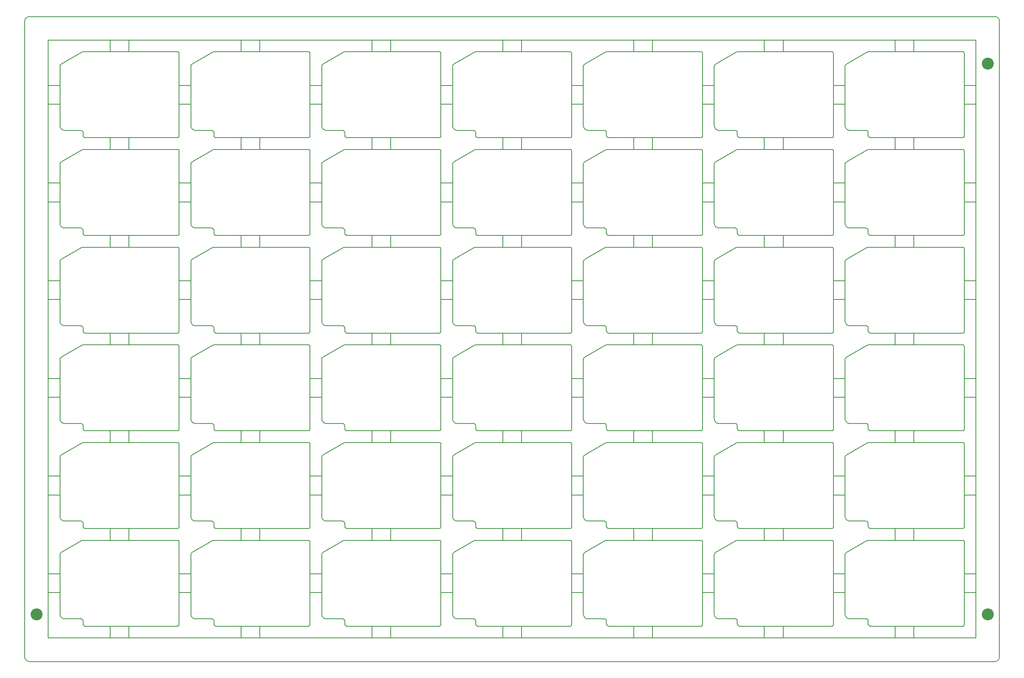
<source format=gko>
*
%FSLAX35Y35*%
%MOMM*%
%ADD10C,0.150000*%
%ADD11C,2.550000*%
%IPPOS*%
%LN2697ay02f009566a0.gko*%
%LPD*%
G75*
G54D10*
X-00000001Y00257378D02*
Y01515973D01*
X00029997Y01567916D02*
X00020075Y01560746D01*
X00011815Y01551711D01*
X00005561Y01541187D01*
X00001573Y01529613D01*
X00000018Y01517471D01*
X-00000001Y01515973D01*
X00029997Y01567916D02*
X00470001Y01821967D01*
X00499998Y01829993D02*
X00487819Y01828748D01*
X00476146Y01825056D01*
X00470001Y01821967D01*
X00499998Y01829993D02*
X02510586D01*
X02534996Y01792071D02*
X02534337Y01801801D01*
X02531233Y01811045D01*
X02525886Y01819201D01*
X02518646Y01825734D01*
X02510586Y01829993D01*
X02534996Y01792071D02*
Y00037515D01*
X02511374Y-00000001D02*
X02519850Y00004807D01*
X02526829Y00011608D01*
X02531853Y00019958D01*
X02534595Y00029309D01*
X02534996Y00037515D01*
X02511348Y-00000001D02*
X00541375D01*
X00491388Y00049987D02*
X00492636Y00038886D01*
X00496318Y00028339D01*
X00502251Y00018874D01*
X00510137Y00010962D01*
X00519584Y00005000D01*
X00530119Y00001284D01*
X00541215Y-00000000D01*
X00541375Y-00000001D01*
X00491388Y00049987D02*
Y00107365D01*
X00490140Y00118469D01*
X00486457Y00129019D01*
X00480525Y00138488D01*
X00472638Y00146403D01*
X00463191Y00152369D01*
X00452654Y00156090D01*
X00441555Y00157378D01*
X00441375Y00157378D01*
X00099999D01*
X-00000001Y00257378D02*
X00001250Y00241611D01*
X00004971Y00226238D01*
X00011070Y00211644D01*
X00019393Y00198195D01*
X00029733Y00186226D01*
X00041830Y00176037D01*
X00055383Y00167883D01*
X00070052Y00161968D01*
X00085470Y00158439D01*
X00099999Y00157378D01*
X-00000001Y02337378D02*
Y03595973D01*
X00029997Y03647916D02*
X00020075Y03640746D01*
X00011815Y03631711D01*
X00005561Y03621188D01*
X00001573Y03609613D01*
X00000018Y03597471D01*
X-00000001Y03595973D01*
X00029997Y03647916D02*
X00470001Y03901967D01*
X00499998Y03909993D02*
X00487819Y03908748D01*
X00476146Y03905056D01*
X00470001Y03901967D01*
X00499998Y03909993D02*
X02510586D01*
X02534996Y03872071D02*
X02534337Y03881801D01*
X02531233Y03891045D01*
X02525886Y03899201D01*
X02518646Y03905734D01*
X02510586Y03909993D01*
X02534996Y03872071D02*
Y02117515D01*
X02511374Y02080000D02*
X02519850Y02084807D01*
X02526829Y02091608D01*
X02531853Y02099958D01*
X02534595Y02109309D01*
X02534996Y02117515D01*
X02511348Y02080000D02*
X00541375D01*
X00491388Y02129987D02*
X00492636Y02118886D01*
X00496318Y02108339D01*
X00502251Y02098874D01*
X00510137Y02090962D01*
X00519584Y02085000D01*
X00530119Y02081283D01*
X00541215Y02080000D01*
X00541375Y02080000D01*
X00491388Y02129987D02*
Y02187365D01*
X00490140Y02198469D01*
X00486457Y02209019D01*
X00480525Y02218488D01*
X00472638Y02226403D01*
X00463191Y02232369D01*
X00452654Y02236090D01*
X00441555Y02237378D01*
X00441375Y02237378D01*
X00099999D01*
X-00000001Y02337378D02*
X00001250Y02321611D01*
X00004971Y02306238D01*
X00011070Y02291644D01*
X00019393Y02278195D01*
X00029733Y02266226D01*
X00041830Y02256037D01*
X00055383Y02247883D01*
X00070052Y02241968D01*
X00085470Y02238439D01*
X00099999Y02237378D01*
X-00000001Y04417378D02*
Y05675973D01*
X00029997Y05727916D02*
X00020075Y05720746D01*
X00011815Y05711711D01*
X00005561Y05701188D01*
X00001573Y05689613D01*
X00000018Y05677471D01*
X-00000001Y05675973D01*
X00029997Y05727916D02*
X00470001Y05981967D01*
X00499998Y05989993D02*
X00487819Y05988748D01*
X00476146Y05985056D01*
X00470001Y05981967D01*
X00499998Y05989993D02*
X02510586D01*
X02534996Y05952071D02*
X02534337Y05961801D01*
X02531233Y05971045D01*
X02525886Y05979201D01*
X02518646Y05985734D01*
X02510586Y05989993D01*
X02534996Y05952071D02*
Y04197515D01*
X02511374Y04159999D02*
X02519850Y04164807D01*
X02526829Y04171608D01*
X02531853Y04179957D01*
X02534595Y04189308D01*
X02534996Y04197515D01*
X02511348Y04159999D02*
X00541375D01*
X00491388Y04209987D02*
X00492636Y04198886D01*
X00496318Y04188339D01*
X00502251Y04178874D01*
X00510137Y04170962D01*
X00519584Y04164999D01*
X00530119Y04161283D01*
X00541215Y04160000D01*
X00541375Y04159999D01*
X00491388Y04209987D02*
Y04267365D01*
X00490140Y04278469D01*
X00486457Y04289019D01*
X00480525Y04298488D01*
X00472638Y04306403D01*
X00463191Y04312369D01*
X00452654Y04316090D01*
X00441555Y04317378D01*
X00441375Y04317378D01*
X00099999D01*
X-00000001Y04417378D02*
X00001250Y04401611D01*
X00004971Y04386238D01*
X00011070Y04371644D01*
X00019393Y04358195D01*
X00029733Y04346226D01*
X00041830Y04336037D01*
X00055383Y04327883D01*
X00070052Y04321968D01*
X00085470Y04318439D01*
X00099999Y04317378D01*
X-00000001Y06497378D02*
Y07755973D01*
X00029997Y07807916D02*
X00020075Y07800746D01*
X00011815Y07791711D01*
X00005561Y07781188D01*
X00001573Y07769613D01*
X00000018Y07757470D01*
X-00000001Y07755973D01*
X00029997Y07807916D02*
X00470001Y08061967D01*
X00499998Y08069993D02*
X00487819Y08068748D01*
X00476146Y08065056D01*
X00470001Y08061967D01*
X00499998Y08069993D02*
X02510586D01*
X02534996Y08032071D02*
X02534337Y08041801D01*
X02531233Y08051045D01*
X02525886Y08059201D01*
X02518646Y08065734D01*
X02510586Y08069993D01*
X02534996Y08032071D02*
Y06277515D01*
X02511374Y06240000D02*
X02519850Y06244807D01*
X02526829Y06251608D01*
X02531853Y06259958D01*
X02534595Y06269309D01*
X02534996Y06277515D01*
X02511348Y06240000D02*
X00541375D01*
X00491388Y06289987D02*
X00492636Y06278886D01*
X00496318Y06268339D01*
X00502251Y06258874D01*
X00510137Y06250962D01*
X00519584Y06244999D01*
X00530119Y06241284D01*
X00541215Y06240000D01*
X00541375Y06240000D01*
X00491388Y06289987D02*
Y06347365D01*
X00490140Y06358469D01*
X00486457Y06369019D01*
X00480525Y06378488D01*
X00472638Y06386403D01*
X00463191Y06392369D01*
X00452654Y06396090D01*
X00441555Y06397378D01*
X00441375Y06397378D01*
X00099999D01*
X-00000001Y06497378D02*
X00001250Y06481611D01*
X00004971Y06466238D01*
X00011070Y06451644D01*
X00019393Y06438195D01*
X00029733Y06426226D01*
X00041830Y06416037D01*
X00055383Y06407883D01*
X00070052Y06401968D01*
X00085470Y06398439D01*
X00099999Y06397378D01*
X-00000001Y08577378D02*
Y09835973D01*
X00029997Y09887916D02*
X00020075Y09880746D01*
X00011815Y09871711D01*
X00005561Y09861187D01*
X00001573Y09849613D01*
X00000018Y09837471D01*
X-00000001Y09835973D01*
X00029997Y09887916D02*
X00470001Y10141967D01*
X00499998Y10149993D02*
X00487819Y10148748D01*
X00476146Y10145056D01*
X00470001Y10141967D01*
X00499998Y10149993D02*
X02510586D01*
X02534996Y10112071D02*
X02534337Y10121801D01*
X02531233Y10131045D01*
X02525886Y10139201D01*
X02518646Y10145734D01*
X02510586Y10149993D01*
X02534996Y10112071D02*
Y08357515D01*
X02511374Y08319999D02*
X02519850Y08324807D01*
X02526829Y08331608D01*
X02531853Y08339958D01*
X02534595Y08349308D01*
X02534996Y08357515D01*
X02511348Y08319999D02*
X00541375D01*
X00491388Y08369987D02*
X00492636Y08358886D01*
X00496318Y08348339D01*
X00502251Y08338874D01*
X00510137Y08330962D01*
X00519584Y08325000D01*
X00530119Y08321284D01*
X00541215Y08320000D01*
X00541375Y08319999D01*
X00491388Y08369987D02*
Y08427365D01*
X00490140Y08438469D01*
X00486457Y08449019D01*
X00480525Y08458488D01*
X00472638Y08466403D01*
X00463191Y08472369D01*
X00452654Y08476090D01*
X00441555Y08477378D01*
X00441375Y08477378D01*
X00099999D01*
X-00000001Y08577378D02*
X00001250Y08561611D01*
X00004971Y08546238D01*
X00011070Y08531645D01*
X00019393Y08518195D01*
X00029733Y08506226D01*
X00041830Y08496037D01*
X00055383Y08487883D01*
X00070052Y08481968D01*
X00085470Y08478439D01*
X00099999Y08477378D01*
X-00000001Y10657378D02*
Y11915973D01*
X00029997Y11967916D02*
X00020075Y11960746D01*
X00011815Y11951711D01*
X00005561Y11941187D01*
X00001573Y11929613D01*
X00000018Y11917470D01*
X-00000001Y11915973D01*
X00029997Y11967916D02*
X00470001Y12221967D01*
X00499998Y12229993D02*
X00487819Y12228748D01*
X00476146Y12225056D01*
X00470001Y12221967D01*
X00499998Y12229993D02*
X02510586D01*
X02534996Y12192071D02*
X02534337Y12201801D01*
X02531233Y12211045D01*
X02525886Y12219201D01*
X02518646Y12225734D01*
X02510586Y12229993D01*
X02534996Y12192071D02*
Y10437515D01*
X02511374Y10399999D02*
X02519850Y10404807D01*
X02526829Y10411608D01*
X02531853Y10419958D01*
X02534595Y10429309D01*
X02534996Y10437515D01*
X02511348Y10399999D02*
X00541375D01*
X00491388Y10449987D02*
X00492636Y10438886D01*
X00496318Y10428339D01*
X00502251Y10418874D01*
X00510137Y10410962D01*
X00519584Y10405000D01*
X00530119Y10401284D01*
X00541215Y10400000D01*
X00541375Y10399999D01*
X00491388Y10449987D02*
Y10507365D01*
X00490140Y10518469D01*
X00486457Y10529019D01*
X00480525Y10538488D01*
X00472638Y10546403D01*
X00463191Y10552369D01*
X00452654Y10556090D01*
X00441555Y10557378D01*
X00441375Y10557378D01*
X00099999D01*
X-00000001Y10657378D02*
X00001250Y10641611D01*
X00004971Y10626238D01*
X00011070Y10611645D01*
X00019393Y10598195D01*
X00029733Y10586226D01*
X00041830Y10576037D01*
X00055383Y10567883D01*
X00070052Y10561968D01*
X00085470Y10558439D01*
X00099999Y10557378D01*
X02785000Y00257378D02*
Y01515973D01*
X02814997Y01567916D02*
X02805075Y01560746D01*
X02796815Y01551711D01*
X02790561Y01541187D01*
X02786573Y01529613D01*
X02785018Y01517471D01*
X02785000Y01515973D01*
X02814997Y01567916D02*
X03255001Y01821967D01*
X03284998Y01829993D02*
X03272819Y01828748D01*
X03261146Y01825056D01*
X03255001Y01821967D01*
X03284998Y01829993D02*
X05295586D01*
X05319996Y01792071D02*
X05319337Y01801801D01*
X05316233Y01811045D01*
X05310886Y01819201D01*
X05303646Y01825734D01*
X05295586Y01829993D01*
X05319996Y01792071D02*
Y00037515D01*
X05296374Y-00000001D02*
X05304850Y00004807D01*
X05311829Y00011608D01*
X05316853Y00019958D01*
X05319595Y00029309D01*
X05319996Y00037515D01*
X05296348Y-00000001D02*
X03326375D01*
X03276388Y00049987D02*
X03277636Y00038886D01*
X03281318Y00028339D01*
X03287251Y00018874D01*
X03295137Y00010962D01*
X03304584Y00005000D01*
X03315119Y00001284D01*
X03326215Y-00000000D01*
X03326375Y-00000001D01*
X03276388Y00049987D02*
Y00107365D01*
X03275140Y00118469D01*
X03271457Y00129019D01*
X03265525Y00138488D01*
X03257638Y00146403D01*
X03248191Y00152369D01*
X03237655Y00156090D01*
X03226555Y00157378D01*
X03226375Y00157378D01*
X02884999D01*
X02785000Y00257378D02*
X02786250Y00241611D01*
X02789972Y00226238D01*
X02796070Y00211644D01*
X02804393Y00198195D01*
X02814733Y00186226D01*
X02826830Y00176037D01*
X02840383Y00167883D01*
X02855051Y00161968D01*
X02870470Y00158439D01*
X02884999Y00157378D01*
X02785000Y02337378D02*
Y03595973D01*
X02814997Y03647916D02*
X02805075Y03640746D01*
X02796815Y03631711D01*
X02790561Y03621188D01*
X02786573Y03609613D01*
X02785018Y03597471D01*
X02785000Y03595973D01*
X02814997Y03647916D02*
X03255001Y03901967D01*
X03284998Y03909993D02*
X03272819Y03908748D01*
X03261146Y03905056D01*
X03255001Y03901967D01*
X03284998Y03909993D02*
X05295586D01*
X05319996Y03872071D02*
X05319337Y03881801D01*
X05316233Y03891045D01*
X05310886Y03899201D01*
X05303646Y03905734D01*
X05295586Y03909993D01*
X05319996Y03872071D02*
Y02117515D01*
X05296374Y02080000D02*
X05304850Y02084807D01*
X05311829Y02091608D01*
X05316853Y02099958D01*
X05319595Y02109309D01*
X05319996Y02117515D01*
X05296348Y02080000D02*
X03326375D01*
X03276388Y02129987D02*
X03277636Y02118886D01*
X03281318Y02108339D01*
X03287251Y02098874D01*
X03295137Y02090962D01*
X03304584Y02085000D01*
X03315119Y02081283D01*
X03326215Y02080000D01*
X03326375Y02080000D01*
X03276388Y02129987D02*
Y02187365D01*
X03275140Y02198469D01*
X03271457Y02209019D01*
X03265525Y02218488D01*
X03257638Y02226403D01*
X03248191Y02232369D01*
X03237655Y02236090D01*
X03226555Y02237378D01*
X03226375Y02237378D01*
X02884999D01*
X02785000Y02337378D02*
X02786250Y02321611D01*
X02789972Y02306238D01*
X02796070Y02291644D01*
X02804393Y02278195D01*
X02814733Y02266226D01*
X02826830Y02256037D01*
X02840383Y02247883D01*
X02855051Y02241968D01*
X02870470Y02238439D01*
X02884999Y02237378D01*
X02785000Y04417378D02*
Y05675973D01*
X02814997Y05727916D02*
X02805075Y05720746D01*
X02796815Y05711711D01*
X02790561Y05701188D01*
X02786573Y05689613D01*
X02785018Y05677471D01*
X02785000Y05675973D01*
X02814997Y05727916D02*
X03255001Y05981967D01*
X03284998Y05989993D02*
X03272819Y05988748D01*
X03261146Y05985056D01*
X03255001Y05981967D01*
X03284998Y05989993D02*
X05295586D01*
X05319996Y05952071D02*
X05319337Y05961801D01*
X05316233Y05971045D01*
X05310886Y05979201D01*
X05303646Y05985734D01*
X05295586Y05989993D01*
X05319996Y05952071D02*
Y04197515D01*
X05296374Y04159999D02*
X05304850Y04164807D01*
X05311829Y04171608D01*
X05316853Y04179957D01*
X05319595Y04189308D01*
X05319996Y04197515D01*
X05296348Y04159999D02*
X03326375D01*
X03276388Y04209987D02*
X03277636Y04198886D01*
X03281318Y04188339D01*
X03287251Y04178874D01*
X03295137Y04170962D01*
X03304584Y04164999D01*
X03315119Y04161283D01*
X03326215Y04160000D01*
X03326375Y04159999D01*
X03276388Y04209987D02*
Y04267365D01*
X03275140Y04278469D01*
X03271457Y04289019D01*
X03265525Y04298488D01*
X03257638Y04306403D01*
X03248191Y04312369D01*
X03237655Y04316090D01*
X03226555Y04317378D01*
X03226375Y04317378D01*
X02884999D01*
X02785000Y04417378D02*
X02786250Y04401611D01*
X02789972Y04386238D01*
X02796070Y04371644D01*
X02804393Y04358195D01*
X02814733Y04346226D01*
X02826830Y04336037D01*
X02840383Y04327883D01*
X02855051Y04321968D01*
X02870470Y04318439D01*
X02884999Y04317378D01*
X02785000Y06497378D02*
Y07755973D01*
X02814997Y07807916D02*
X02805075Y07800746D01*
X02796815Y07791711D01*
X02790561Y07781188D01*
X02786573Y07769613D01*
X02785018Y07757470D01*
X02785000Y07755973D01*
X02814997Y07807916D02*
X03255001Y08061967D01*
X03284998Y08069993D02*
X03272819Y08068748D01*
X03261146Y08065056D01*
X03255001Y08061967D01*
X03284998Y08069993D02*
X05295586D01*
X05319996Y08032071D02*
X05319337Y08041801D01*
X05316233Y08051045D01*
X05310886Y08059201D01*
X05303646Y08065734D01*
X05295586Y08069993D01*
X05319996Y08032071D02*
Y06277515D01*
X05296374Y06240000D02*
X05304850Y06244807D01*
X05311829Y06251608D01*
X05316853Y06259958D01*
X05319595Y06269309D01*
X05319996Y06277515D01*
X05296348Y06240000D02*
X03326375D01*
X03276388Y06289987D02*
X03277636Y06278886D01*
X03281318Y06268339D01*
X03287251Y06258874D01*
X03295137Y06250962D01*
X03304584Y06244999D01*
X03315119Y06241284D01*
X03326215Y06240000D01*
X03326375Y06240000D01*
X03276388Y06289987D02*
Y06347365D01*
X03275140Y06358469D01*
X03271457Y06369019D01*
X03265525Y06378488D01*
X03257638Y06386403D01*
X03248191Y06392369D01*
X03237655Y06396090D01*
X03226555Y06397378D01*
X03226375Y06397378D01*
X02884999D01*
X02785000Y06497378D02*
X02786250Y06481611D01*
X02789972Y06466238D01*
X02796070Y06451644D01*
X02804393Y06438195D01*
X02814733Y06426226D01*
X02826830Y06416037D01*
X02840383Y06407883D01*
X02855051Y06401968D01*
X02870470Y06398439D01*
X02884999Y06397378D01*
X02785000Y08577378D02*
Y09835973D01*
X02814997Y09887916D02*
X02805075Y09880746D01*
X02796815Y09871711D01*
X02790561Y09861187D01*
X02786573Y09849613D01*
X02785018Y09837471D01*
X02785000Y09835973D01*
X02814997Y09887916D02*
X03255001Y10141967D01*
X03284998Y10149993D02*
X03272819Y10148748D01*
X03261146Y10145056D01*
X03255001Y10141967D01*
X03284998Y10149993D02*
X05295586D01*
X05319996Y10112071D02*
X05319337Y10121801D01*
X05316233Y10131045D01*
X05310886Y10139201D01*
X05303646Y10145734D01*
X05295586Y10149993D01*
X05319996Y10112071D02*
Y08357515D01*
X05296374Y08319999D02*
X05304850Y08324807D01*
X05311829Y08331608D01*
X05316853Y08339958D01*
X05319595Y08349308D01*
X05319996Y08357515D01*
X05296348Y08319999D02*
X03326375D01*
X03276388Y08369987D02*
X03277636Y08358886D01*
X03281318Y08348339D01*
X03287251Y08338874D01*
X03295137Y08330962D01*
X03304584Y08325000D01*
X03315119Y08321284D01*
X03326215Y08320000D01*
X03326375Y08319999D01*
X03276388Y08369987D02*
Y08427365D01*
X03275140Y08438469D01*
X03271457Y08449019D01*
X03265525Y08458488D01*
X03257638Y08466403D01*
X03248191Y08472369D01*
X03237655Y08476090D01*
X03226555Y08477378D01*
X03226375Y08477378D01*
X02884999D01*
X02785000Y08577378D02*
X02786250Y08561611D01*
X02789972Y08546238D01*
X02796070Y08531645D01*
X02804393Y08518195D01*
X02814733Y08506226D01*
X02826830Y08496037D01*
X02840383Y08487883D01*
X02855051Y08481968D01*
X02870470Y08478439D01*
X02884999Y08477378D01*
X02785000Y10657378D02*
Y11915973D01*
X02814997Y11967916D02*
X02805075Y11960746D01*
X02796815Y11951711D01*
X02790561Y11941187D01*
X02786573Y11929613D01*
X02785018Y11917470D01*
X02785000Y11915973D01*
X02814997Y11967916D02*
X03255001Y12221967D01*
X03284998Y12229993D02*
X03272819Y12228748D01*
X03261146Y12225056D01*
X03255001Y12221967D01*
X03284998Y12229993D02*
X05295586D01*
X05319996Y12192071D02*
X05319337Y12201801D01*
X05316233Y12211045D01*
X05310886Y12219201D01*
X05303646Y12225734D01*
X05295586Y12229993D01*
X05319996Y12192071D02*
Y10437515D01*
X05296374Y10399999D02*
X05304850Y10404807D01*
X05311829Y10411608D01*
X05316853Y10419958D01*
X05319595Y10429309D01*
X05319996Y10437515D01*
X05296348Y10399999D02*
X03326375D01*
X03276388Y10449987D02*
X03277636Y10438886D01*
X03281318Y10428339D01*
X03287251Y10418874D01*
X03295137Y10410962D01*
X03304584Y10405000D01*
X03315119Y10401284D01*
X03326215Y10400000D01*
X03326375Y10399999D01*
X03276388Y10449987D02*
Y10507365D01*
X03275140Y10518469D01*
X03271457Y10529019D01*
X03265525Y10538488D01*
X03257638Y10546403D01*
X03248191Y10552369D01*
X03237655Y10556090D01*
X03226555Y10557378D01*
X03226375Y10557378D01*
X02884999D01*
X02785000Y10657378D02*
X02786250Y10641611D01*
X02789972Y10626238D01*
X02796070Y10611645D01*
X02804393Y10598195D01*
X02814733Y10586226D01*
X02826830Y10576037D01*
X02840383Y10567883D01*
X02855051Y10561968D01*
X02870470Y10558439D01*
X02884999Y10557378D01*
X05570000Y00257378D02*
Y01515973D01*
X05599997Y01567916D02*
X05590075Y01560746D01*
X05581815Y01551711D01*
X05575561Y01541187D01*
X05571573Y01529613D01*
X05570019Y01517471D01*
X05570000Y01515973D01*
X05599997Y01567916D02*
X06040001Y01821967D01*
X06069999Y01829993D02*
X06057819Y01828748D01*
X06046146Y01825056D01*
X06040001Y01821967D01*
X06069999Y01829993D02*
X08080586D01*
X08104996Y01792071D02*
X08104337Y01801801D01*
X08101233Y01811045D01*
X08095886Y01819201D01*
X08088646Y01825734D01*
X08080586Y01829993D01*
X08104996Y01792071D02*
Y00037515D01*
X08081374Y-00000001D02*
X08089850Y00004807D01*
X08096828Y00011608D01*
X08101853Y00019958D01*
X08104595Y00029309D01*
X08104996Y00037515D01*
X08081348Y-00000001D02*
X06111375D01*
X06061388Y00049987D02*
X06062636Y00038886D01*
X06066319Y00028339D01*
X06072251Y00018874D01*
X06080137Y00010962D01*
X06089584Y00005000D01*
X06100118Y00001284D01*
X06111216Y-00000000D01*
X06111375Y-00000001D01*
X06061388Y00049987D02*
Y00107365D01*
X06060140Y00118469D01*
X06056457Y00129019D01*
X06050525Y00138488D01*
X06042638Y00146403D01*
X06033191Y00152369D01*
X06022655Y00156090D01*
X06011555Y00157378D01*
X06011375Y00157378D01*
X05669999D01*
X05570000Y00257378D02*
X05571250Y00241611D01*
X05574972Y00226238D01*
X05581070Y00211644D01*
X05589393Y00198195D01*
X05599733Y00186226D01*
X05611830Y00176037D01*
X05625383Y00167883D01*
X05640051Y00161968D01*
X05655470Y00158439D01*
X05669999Y00157378D01*
X05570000Y02337378D02*
Y03595973D01*
X05599997Y03647916D02*
X05590075Y03640746D01*
X05581815Y03631711D01*
X05575561Y03621188D01*
X05571573Y03609613D01*
X05570019Y03597471D01*
X05570000Y03595973D01*
X05599997Y03647916D02*
X06040001Y03901967D01*
X06069999Y03909993D02*
X06057819Y03908748D01*
X06046146Y03905056D01*
X06040001Y03901967D01*
X06069999Y03909993D02*
X08080586D01*
X08104996Y03872071D02*
X08104337Y03881801D01*
X08101233Y03891045D01*
X08095886Y03899201D01*
X08088646Y03905734D01*
X08080586Y03909993D01*
X08104996Y03872071D02*
Y02117515D01*
X08081374Y02080000D02*
X08089850Y02084807D01*
X08096828Y02091608D01*
X08101853Y02099958D01*
X08104595Y02109309D01*
X08104996Y02117515D01*
X08081348Y02080000D02*
X06111375D01*
X06061388Y02129987D02*
X06062636Y02118886D01*
X06066319Y02108339D01*
X06072251Y02098874D01*
X06080137Y02090962D01*
X06089584Y02085000D01*
X06100118Y02081283D01*
X06111216Y02080000D01*
X06111375Y02080000D01*
X06061388Y02129987D02*
Y02187365D01*
X06060140Y02198469D01*
X06056457Y02209019D01*
X06050525Y02218488D01*
X06042638Y02226403D01*
X06033191Y02232369D01*
X06022655Y02236090D01*
X06011555Y02237378D01*
X06011375Y02237378D01*
X05669999D01*
X05570000Y02337378D02*
X05571250Y02321611D01*
X05574972Y02306238D01*
X05581070Y02291644D01*
X05589393Y02278195D01*
X05599733Y02266226D01*
X05611830Y02256037D01*
X05625383Y02247883D01*
X05640051Y02241968D01*
X05655470Y02238439D01*
X05669999Y02237378D01*
X05570000Y04417378D02*
Y05675973D01*
X05599997Y05727916D02*
X05590075Y05720746D01*
X05581815Y05711711D01*
X05575561Y05701188D01*
X05571573Y05689613D01*
X05570019Y05677471D01*
X05570000Y05675973D01*
X05599997Y05727916D02*
X06040001Y05981967D01*
X06069999Y05989993D02*
X06057819Y05988748D01*
X06046146Y05985056D01*
X06040001Y05981967D01*
X06069999Y05989993D02*
X08080586D01*
X08104996Y05952071D02*
X08104337Y05961801D01*
X08101233Y05971045D01*
X08095886Y05979201D01*
X08088646Y05985734D01*
X08080586Y05989993D01*
X08104996Y05952071D02*
Y04197515D01*
X08081374Y04159999D02*
X08089850Y04164807D01*
X08096828Y04171608D01*
X08101853Y04179957D01*
X08104595Y04189308D01*
X08104996Y04197515D01*
X08081348Y04159999D02*
X06111375D01*
X06061388Y04209987D02*
X06062636Y04198886D01*
X06066319Y04188339D01*
X06072251Y04178874D01*
X06080137Y04170962D01*
X06089584Y04164999D01*
X06100118Y04161283D01*
X06111216Y04160000D01*
X06111375Y04159999D01*
X06061388Y04209987D02*
Y04267365D01*
X06060140Y04278469D01*
X06056457Y04289019D01*
X06050525Y04298488D01*
X06042638Y04306403D01*
X06033191Y04312369D01*
X06022655Y04316090D01*
X06011555Y04317378D01*
X06011375Y04317378D01*
X05669999D01*
X05570000Y04417378D02*
X05571250Y04401611D01*
X05574972Y04386238D01*
X05581070Y04371644D01*
X05589393Y04358195D01*
X05599733Y04346226D01*
X05611830Y04336037D01*
X05625383Y04327883D01*
X05640051Y04321968D01*
X05655470Y04318439D01*
X05669999Y04317378D01*
X05570000Y06497378D02*
Y07755973D01*
X05599997Y07807916D02*
X05590075Y07800746D01*
X05581815Y07791711D01*
X05575561Y07781188D01*
X05571573Y07769613D01*
X05570019Y07757470D01*
X05570000Y07755973D01*
X05599997Y07807916D02*
X06040001Y08061967D01*
X06069999Y08069993D02*
X06057819Y08068748D01*
X06046146Y08065056D01*
X06040001Y08061967D01*
X06069999Y08069993D02*
X08080586D01*
X08104996Y08032071D02*
X08104337Y08041801D01*
X08101233Y08051045D01*
X08095886Y08059201D01*
X08088646Y08065734D01*
X08080586Y08069993D01*
X08104996Y08032071D02*
Y06277515D01*
X08081374Y06240000D02*
X08089850Y06244807D01*
X08096828Y06251608D01*
X08101853Y06259958D01*
X08104595Y06269309D01*
X08104996Y06277515D01*
X08081348Y06240000D02*
X06111375D01*
X06061388Y06289987D02*
X06062636Y06278886D01*
X06066319Y06268339D01*
X06072251Y06258874D01*
X06080137Y06250962D01*
X06089584Y06244999D01*
X06100118Y06241284D01*
X06111216Y06240000D01*
X06111375Y06240000D01*
X06061388Y06289987D02*
Y06347365D01*
X06060140Y06358469D01*
X06056457Y06369019D01*
X06050525Y06378488D01*
X06042638Y06386403D01*
X06033191Y06392369D01*
X06022655Y06396090D01*
X06011555Y06397378D01*
X06011375Y06397378D01*
X05669999D01*
X05570000Y06497378D02*
X05571250Y06481611D01*
X05574972Y06466238D01*
X05581070Y06451644D01*
X05589393Y06438195D01*
X05599733Y06426226D01*
X05611830Y06416037D01*
X05625383Y06407883D01*
X05640051Y06401968D01*
X05655470Y06398439D01*
X05669999Y06397378D01*
X05570000Y08577378D02*
Y09835973D01*
X05599997Y09887916D02*
X05590075Y09880746D01*
X05581815Y09871711D01*
X05575561Y09861187D01*
X05571573Y09849613D01*
X05570019Y09837471D01*
X05570000Y09835973D01*
X05599997Y09887916D02*
X06040001Y10141967D01*
X06069999Y10149993D02*
X06057819Y10148748D01*
X06046146Y10145056D01*
X06040001Y10141967D01*
X06069999Y10149993D02*
X08080586D01*
X08104996Y10112071D02*
X08104337Y10121801D01*
X08101233Y10131045D01*
X08095886Y10139201D01*
X08088646Y10145734D01*
X08080586Y10149993D01*
X08104996Y10112071D02*
Y08357515D01*
X08081374Y08319999D02*
X08089850Y08324807D01*
X08096828Y08331608D01*
X08101853Y08339958D01*
X08104595Y08349308D01*
X08104996Y08357515D01*
X08081348Y08319999D02*
X06111375D01*
X06061388Y08369987D02*
X06062636Y08358886D01*
X06066319Y08348339D01*
X06072251Y08338874D01*
X06080137Y08330962D01*
X06089584Y08325000D01*
X06100118Y08321284D01*
X06111216Y08320000D01*
X06111375Y08319999D01*
X06061388Y08369987D02*
Y08427365D01*
X06060140Y08438469D01*
X06056457Y08449019D01*
X06050525Y08458488D01*
X06042638Y08466403D01*
X06033191Y08472369D01*
X06022655Y08476090D01*
X06011555Y08477378D01*
X06011375Y08477378D01*
X05669999D01*
X05570000Y08577378D02*
X05571250Y08561611D01*
X05574972Y08546238D01*
X05581070Y08531645D01*
X05589393Y08518195D01*
X05599733Y08506226D01*
X05611830Y08496037D01*
X05625383Y08487883D01*
X05640051Y08481968D01*
X05655470Y08478439D01*
X05669999Y08477378D01*
X05570000Y10657378D02*
Y11915973D01*
X05599997Y11967916D02*
X05590075Y11960746D01*
X05581815Y11951711D01*
X05575561Y11941187D01*
X05571573Y11929613D01*
X05570019Y11917470D01*
X05570000Y11915973D01*
X05599997Y11967916D02*
X06040001Y12221967D01*
X06069999Y12229993D02*
X06057819Y12228748D01*
X06046146Y12225056D01*
X06040001Y12221967D01*
X06069999Y12229993D02*
X08080586D01*
X08104996Y12192071D02*
X08104337Y12201801D01*
X08101233Y12211045D01*
X08095886Y12219201D01*
X08088646Y12225734D01*
X08080586Y12229993D01*
X08104996Y12192071D02*
Y10437515D01*
X08081374Y10399999D02*
X08089850Y10404807D01*
X08096828Y10411608D01*
X08101853Y10419958D01*
X08104595Y10429309D01*
X08104996Y10437515D01*
X08081348Y10399999D02*
X06111375D01*
X06061388Y10449987D02*
X06062636Y10438886D01*
X06066319Y10428339D01*
X06072251Y10418874D01*
X06080137Y10410962D01*
X06089584Y10405000D01*
X06100118Y10401284D01*
X06111216Y10400000D01*
X06111375Y10399999D01*
X06061388Y10449987D02*
Y10507365D01*
X06060140Y10518469D01*
X06056457Y10529019D01*
X06050525Y10538488D01*
X06042638Y10546403D01*
X06033191Y10552369D01*
X06022655Y10556090D01*
X06011555Y10557378D01*
X06011375Y10557378D01*
X05669999D01*
X05570000Y10657378D02*
X05571250Y10641611D01*
X05574972Y10626238D01*
X05581070Y10611645D01*
X05589393Y10598195D01*
X05599733Y10586226D01*
X05611830Y10576037D01*
X05625383Y10567883D01*
X05640051Y10561968D01*
X05655470Y10558439D01*
X05669999Y10557378D01*
X08355000Y00257378D02*
Y01515973D01*
X08384997Y01567916D02*
X08375075Y01560746D01*
X08366815Y01551711D01*
X08360561Y01541187D01*
X08356573Y01529613D01*
X08355019Y01517471D01*
X08355000Y01515973D01*
X08384997Y01567916D02*
X08825001Y01821967D01*
X08854999Y01829993D02*
X08842819Y01828748D01*
X08831146Y01825056D01*
X08825001Y01821967D01*
X08854999Y01829993D02*
X10865586D01*
X10889996Y01792071D02*
X10889337Y01801801D01*
X10886233Y01811045D01*
X10880886Y01819201D01*
X10873646Y01825734D01*
X10865586Y01829993D01*
X10889996Y01792071D02*
Y00037515D01*
X10866374Y-00000001D02*
X10874850Y00004807D01*
X10881828Y00011608D01*
X10886853Y00019958D01*
X10889595Y00029309D01*
X10889996Y00037515D01*
X10866348Y-00000001D02*
X08896375D01*
X08846388Y00049987D02*
X08847636Y00038886D01*
X08851319Y00028339D01*
X08857251Y00018874D01*
X08865137Y00010962D01*
X08874584Y00005000D01*
X08885119Y00001284D01*
X08896216Y-00000000D01*
X08896375Y-00000001D01*
X08846388Y00049987D02*
Y00107365D01*
X08845140Y00118469D01*
X08841458Y00129019D01*
X08835525Y00138488D01*
X08827638Y00146403D01*
X08818191Y00152369D01*
X08807655Y00156090D01*
X08796555Y00157378D01*
X08796375Y00157378D01*
X08454999D01*
X08355000Y00257378D02*
X08356250Y00241611D01*
X08359971Y00226238D01*
X08366070Y00211644D01*
X08374393Y00198195D01*
X08384733Y00186226D01*
X08396830Y00176037D01*
X08410383Y00167883D01*
X08425052Y00161968D01*
X08440469Y00158439D01*
X08454999Y00157378D01*
X08355000Y02337378D02*
Y03595973D01*
X08384997Y03647916D02*
X08375075Y03640746D01*
X08366815Y03631711D01*
X08360561Y03621188D01*
X08356573Y03609613D01*
X08355019Y03597471D01*
X08355000Y03595973D01*
X08384997Y03647916D02*
X08825001Y03901967D01*
X08854999Y03909993D02*
X08842819Y03908748D01*
X08831146Y03905056D01*
X08825001Y03901967D01*
X08854999Y03909993D02*
X10865586D01*
X10889996Y03872071D02*
X10889337Y03881801D01*
X10886233Y03891045D01*
X10880886Y03899201D01*
X10873646Y03905734D01*
X10865586Y03909993D01*
X10889996Y03872071D02*
Y02117515D01*
X10866374Y02080000D02*
X10874850Y02084807D01*
X10881828Y02091608D01*
X10886853Y02099958D01*
X10889595Y02109309D01*
X10889996Y02117515D01*
X10866348Y02080000D02*
X08896375D01*
X08846388Y02129987D02*
X08847636Y02118886D01*
X08851319Y02108339D01*
X08857251Y02098874D01*
X08865137Y02090962D01*
X08874584Y02085000D01*
X08885119Y02081283D01*
X08896216Y02080000D01*
X08896375Y02080000D01*
X08846388Y02129987D02*
Y02187365D01*
X08845140Y02198469D01*
X08841458Y02209019D01*
X08835525Y02218488D01*
X08827638Y02226403D01*
X08818191Y02232369D01*
X08807655Y02236090D01*
X08796555Y02237378D01*
X08796375Y02237378D01*
X08454999D01*
X08355000Y02337378D02*
X08356250Y02321611D01*
X08359971Y02306238D01*
X08366070Y02291644D01*
X08374393Y02278195D01*
X08384733Y02266226D01*
X08396830Y02256037D01*
X08410383Y02247883D01*
X08425052Y02241968D01*
X08440469Y02238439D01*
X08454999Y02237378D01*
X08355000Y04417378D02*
Y05675973D01*
X08384997Y05727916D02*
X08375075Y05720746D01*
X08366815Y05711711D01*
X08360561Y05701188D01*
X08356573Y05689613D01*
X08355019Y05677471D01*
X08355000Y05675973D01*
X08384997Y05727916D02*
X08825001Y05981967D01*
X08854999Y05989993D02*
X08842819Y05988748D01*
X08831146Y05985056D01*
X08825001Y05981967D01*
X08854999Y05989993D02*
X10865586D01*
X10889996Y05952071D02*
X10889337Y05961801D01*
X10886233Y05971045D01*
X10880886Y05979201D01*
X10873646Y05985734D01*
X10865586Y05989993D01*
X10889996Y05952071D02*
Y04197515D01*
X10866374Y04159999D02*
X10874850Y04164807D01*
X10881828Y04171608D01*
X10886853Y04179957D01*
X10889595Y04189308D01*
X10889996Y04197515D01*
X10866348Y04159999D02*
X08896375D01*
X08846388Y04209987D02*
X08847636Y04198886D01*
X08851319Y04188339D01*
X08857251Y04178874D01*
X08865137Y04170962D01*
X08874584Y04164999D01*
X08885119Y04161283D01*
X08896216Y04160000D01*
X08896375Y04159999D01*
X08846388Y04209987D02*
Y04267365D01*
X08845140Y04278469D01*
X08841458Y04289019D01*
X08835525Y04298488D01*
X08827638Y04306403D01*
X08818191Y04312369D01*
X08807655Y04316090D01*
X08796555Y04317378D01*
X08796375Y04317378D01*
X08454999D01*
X08355000Y04417378D02*
X08356250Y04401611D01*
X08359971Y04386238D01*
X08366070Y04371644D01*
X08374393Y04358195D01*
X08384733Y04346226D01*
X08396830Y04336037D01*
X08410383Y04327883D01*
X08425052Y04321968D01*
X08440469Y04318439D01*
X08454999Y04317378D01*
X08355000Y06497378D02*
Y07755973D01*
X08384997Y07807916D02*
X08375075Y07800746D01*
X08366815Y07791711D01*
X08360561Y07781188D01*
X08356573Y07769613D01*
X08355019Y07757470D01*
X08355000Y07755973D01*
X08384997Y07807916D02*
X08825001Y08061967D01*
X08854999Y08069993D02*
X08842819Y08068748D01*
X08831146Y08065056D01*
X08825001Y08061967D01*
X08854999Y08069993D02*
X10865586D01*
X10889996Y08032071D02*
X10889337Y08041801D01*
X10886233Y08051045D01*
X10880886Y08059201D01*
X10873646Y08065734D01*
X10865586Y08069993D01*
X10889996Y08032071D02*
Y06277515D01*
X10866374Y06240000D02*
X10874850Y06244807D01*
X10881828Y06251608D01*
X10886853Y06259958D01*
X10889595Y06269309D01*
X10889996Y06277515D01*
X10866348Y06240000D02*
X08896375D01*
X08846388Y06289987D02*
X08847636Y06278886D01*
X08851319Y06268339D01*
X08857251Y06258874D01*
X08865137Y06250962D01*
X08874584Y06244999D01*
X08885119Y06241284D01*
X08896216Y06240000D01*
X08896375Y06240000D01*
X08846388Y06289987D02*
Y06347365D01*
X08845140Y06358469D01*
X08841458Y06369019D01*
X08835525Y06378488D01*
X08827638Y06386403D01*
X08818191Y06392369D01*
X08807655Y06396090D01*
X08796555Y06397378D01*
X08796375Y06397378D01*
X08454999D01*
X08355000Y06497378D02*
X08356250Y06481611D01*
X08359971Y06466238D01*
X08366070Y06451644D01*
X08374393Y06438195D01*
X08384733Y06426226D01*
X08396830Y06416037D01*
X08410383Y06407883D01*
X08425052Y06401968D01*
X08440469Y06398439D01*
X08454999Y06397378D01*
X08355000Y08577378D02*
Y09835973D01*
X08384997Y09887916D02*
X08375075Y09880746D01*
X08366815Y09871711D01*
X08360561Y09861187D01*
X08356573Y09849613D01*
X08355019Y09837471D01*
X08355000Y09835973D01*
X08384997Y09887916D02*
X08825001Y10141967D01*
X08854999Y10149993D02*
X08842819Y10148748D01*
X08831146Y10145056D01*
X08825001Y10141967D01*
X08854999Y10149993D02*
X10865586D01*
X10889996Y10112071D02*
X10889337Y10121801D01*
X10886233Y10131045D01*
X10880886Y10139201D01*
X10873646Y10145734D01*
X10865586Y10149993D01*
X10889996Y10112071D02*
Y08357515D01*
X10866374Y08319999D02*
X10874850Y08324807D01*
X10881828Y08331608D01*
X10886853Y08339958D01*
X10889595Y08349308D01*
X10889996Y08357515D01*
X10866348Y08319999D02*
X08896375D01*
X08846388Y08369987D02*
X08847636Y08358886D01*
X08851319Y08348339D01*
X08857251Y08338874D01*
X08865137Y08330962D01*
X08874584Y08325000D01*
X08885119Y08321284D01*
X08896216Y08320000D01*
X08896375Y08319999D01*
X08846388Y08369987D02*
Y08427365D01*
X08845140Y08438469D01*
X08841458Y08449019D01*
X08835525Y08458488D01*
X08827638Y08466403D01*
X08818191Y08472369D01*
X08807655Y08476090D01*
X08796555Y08477378D01*
X08796375Y08477378D01*
X08454999D01*
X08355000Y08577378D02*
X08356250Y08561611D01*
X08359971Y08546238D01*
X08366070Y08531645D01*
X08374393Y08518195D01*
X08384733Y08506226D01*
X08396830Y08496037D01*
X08410383Y08487883D01*
X08425052Y08481968D01*
X08440469Y08478439D01*
X08454999Y08477378D01*
X08355000Y10657378D02*
Y11915973D01*
X08384997Y11967916D02*
X08375075Y11960746D01*
X08366815Y11951711D01*
X08360561Y11941187D01*
X08356573Y11929613D01*
X08355019Y11917470D01*
X08355000Y11915973D01*
X08384997Y11967916D02*
X08825001Y12221967D01*
X08854999Y12229993D02*
X08842819Y12228748D01*
X08831146Y12225056D01*
X08825001Y12221967D01*
X08854999Y12229993D02*
X10865586D01*
X10889996Y12192071D02*
X10889337Y12201801D01*
X10886233Y12211045D01*
X10880886Y12219201D01*
X10873646Y12225734D01*
X10865586Y12229993D01*
X10889996Y12192071D02*
Y10437515D01*
X10866374Y10399999D02*
X10874850Y10404807D01*
X10881828Y10411608D01*
X10886853Y10419958D01*
X10889595Y10429309D01*
X10889996Y10437515D01*
X10866348Y10399999D02*
X08896375D01*
X08846388Y10449987D02*
X08847636Y10438886D01*
X08851319Y10428339D01*
X08857251Y10418874D01*
X08865137Y10410962D01*
X08874584Y10405000D01*
X08885119Y10401284D01*
X08896216Y10400000D01*
X08896375Y10399999D01*
X08846388Y10449987D02*
Y10507365D01*
X08845140Y10518469D01*
X08841458Y10529019D01*
X08835525Y10538488D01*
X08827638Y10546403D01*
X08818191Y10552369D01*
X08807655Y10556090D01*
X08796555Y10557378D01*
X08796375Y10557378D01*
X08454999D01*
X08355000Y10657378D02*
X08356250Y10641611D01*
X08359971Y10626238D01*
X08366070Y10611645D01*
X08374393Y10598195D01*
X08384733Y10586226D01*
X08396830Y10576037D01*
X08410383Y10567883D01*
X08425052Y10561968D01*
X08440469Y10558439D01*
X08454999Y10557378D01*
X11140000Y00257378D02*
Y01515973D01*
X11169997Y01567916D02*
X11160075Y01560746D01*
X11151815Y01551711D01*
X11145561Y01541187D01*
X11141573Y01529613D01*
X11140019Y01517471D01*
X11140000Y01515973D01*
X11169997Y01567916D02*
X11610001Y01821967D01*
X11639998Y01829993D02*
X11627819Y01828748D01*
X11616146Y01825056D01*
X11610001Y01821967D01*
X11639998Y01829993D02*
X13650586D01*
X13674996Y01792071D02*
X13674337Y01801801D01*
X13671233Y01811045D01*
X13665886Y01819201D01*
X13658646Y01825734D01*
X13650586Y01829993D01*
X13674996Y01792071D02*
Y00037515D01*
X13651374Y-00000001D02*
X13659850Y00004807D01*
X13666829Y00011608D01*
X13671853Y00019958D01*
X13674595Y00029309D01*
X13674996Y00037515D01*
X13651348Y-00000001D02*
X11681375D01*
X11631388Y00049987D02*
X11632636Y00038886D01*
X11636318Y00028339D01*
X11642251Y00018874D01*
X11650137Y00010962D01*
X11659584Y00005000D01*
X11670119Y00001284D01*
X11681215Y-00000000D01*
X11681375Y-00000001D01*
X11631388Y00049987D02*
Y00107365D01*
X11630140Y00118469D01*
X11626458Y00129019D01*
X11620525Y00138488D01*
X11612638Y00146403D01*
X11603191Y00152369D01*
X11592655Y00156090D01*
X11581555Y00157378D01*
X11581375Y00157378D01*
X11239999D01*
X11140000Y00257378D02*
X11141250Y00241611D01*
X11144971Y00226238D01*
X11151070Y00211644D01*
X11159393Y00198195D01*
X11169733Y00186226D01*
X11181830Y00176037D01*
X11195383Y00167883D01*
X11210052Y00161968D01*
X11225469Y00158439D01*
X11239999Y00157378D01*
X11140000Y02337378D02*
Y03595973D01*
X11169997Y03647916D02*
X11160075Y03640746D01*
X11151815Y03631711D01*
X11145561Y03621188D01*
X11141573Y03609613D01*
X11140019Y03597471D01*
X11140000Y03595973D01*
X11169997Y03647916D02*
X11610001Y03901967D01*
X11639998Y03909993D02*
X11627819Y03908748D01*
X11616146Y03905056D01*
X11610001Y03901967D01*
X11639998Y03909993D02*
X13650586D01*
X13674996Y03872071D02*
X13674337Y03881801D01*
X13671233Y03891045D01*
X13665886Y03899201D01*
X13658646Y03905734D01*
X13650586Y03909993D01*
X13674996Y03872071D02*
Y02117515D01*
X13651374Y02080000D02*
X13659850Y02084807D01*
X13666829Y02091608D01*
X13671853Y02099958D01*
X13674595Y02109309D01*
X13674996Y02117515D01*
X13651348Y02080000D02*
X11681375D01*
X11631388Y02129987D02*
X11632636Y02118886D01*
X11636318Y02108339D01*
X11642251Y02098874D01*
X11650137Y02090962D01*
X11659584Y02085000D01*
X11670119Y02081283D01*
X11681215Y02080000D01*
X11681375Y02080000D01*
X11631388Y02129987D02*
Y02187365D01*
X11630140Y02198469D01*
X11626458Y02209019D01*
X11620525Y02218488D01*
X11612638Y02226403D01*
X11603191Y02232369D01*
X11592655Y02236090D01*
X11581555Y02237378D01*
X11581375Y02237378D01*
X11239999D01*
X11140000Y02337378D02*
X11141250Y02321611D01*
X11144971Y02306238D01*
X11151070Y02291644D01*
X11159393Y02278195D01*
X11169733Y02266226D01*
X11181830Y02256037D01*
X11195383Y02247883D01*
X11210052Y02241968D01*
X11225469Y02238439D01*
X11239999Y02237378D01*
X11140000Y04417378D02*
Y05675973D01*
X11169997Y05727916D02*
X11160075Y05720746D01*
X11151815Y05711711D01*
X11145561Y05701188D01*
X11141573Y05689613D01*
X11140019Y05677471D01*
X11140000Y05675973D01*
X11169997Y05727916D02*
X11610001Y05981967D01*
X11639998Y05989993D02*
X11627819Y05988748D01*
X11616146Y05985056D01*
X11610001Y05981967D01*
X11639998Y05989993D02*
X13650586D01*
X13674996Y05952071D02*
X13674337Y05961801D01*
X13671233Y05971045D01*
X13665886Y05979201D01*
X13658646Y05985734D01*
X13650586Y05989993D01*
X13674996Y05952071D02*
Y04197515D01*
X13651374Y04159999D02*
X13659850Y04164807D01*
X13666829Y04171608D01*
X13671853Y04179957D01*
X13674595Y04189308D01*
X13674996Y04197515D01*
X13651348Y04159999D02*
X11681375D01*
X11631388Y04209987D02*
X11632636Y04198886D01*
X11636318Y04188339D01*
X11642251Y04178874D01*
X11650137Y04170962D01*
X11659584Y04164999D01*
X11670119Y04161283D01*
X11681215Y04160000D01*
X11681375Y04159999D01*
X11631388Y04209987D02*
Y04267365D01*
X11630140Y04278469D01*
X11626458Y04289019D01*
X11620525Y04298488D01*
X11612638Y04306403D01*
X11603191Y04312369D01*
X11592655Y04316090D01*
X11581555Y04317378D01*
X11581375Y04317378D01*
X11239999D01*
X11140000Y04417378D02*
X11141250Y04401611D01*
X11144971Y04386238D01*
X11151070Y04371644D01*
X11159393Y04358195D01*
X11169733Y04346226D01*
X11181830Y04336037D01*
X11195383Y04327883D01*
X11210052Y04321968D01*
X11225469Y04318439D01*
X11239999Y04317378D01*
X11140000Y06497378D02*
Y07755973D01*
X11169997Y07807916D02*
X11160075Y07800746D01*
X11151815Y07791711D01*
X11145561Y07781188D01*
X11141573Y07769613D01*
X11140019Y07757470D01*
X11140000Y07755973D01*
X11169997Y07807916D02*
X11610001Y08061967D01*
X11639998Y08069993D02*
X11627819Y08068748D01*
X11616146Y08065056D01*
X11610001Y08061967D01*
X11639998Y08069993D02*
X13650586D01*
X13674996Y08032071D02*
X13674337Y08041801D01*
X13671233Y08051045D01*
X13665886Y08059201D01*
X13658646Y08065734D01*
X13650586Y08069993D01*
X13674996Y08032071D02*
Y06277515D01*
X13651374Y06240000D02*
X13659850Y06244807D01*
X13666829Y06251608D01*
X13671853Y06259958D01*
X13674595Y06269309D01*
X13674996Y06277515D01*
X13651348Y06240000D02*
X11681375D01*
X11631388Y06289987D02*
X11632636Y06278886D01*
X11636318Y06268339D01*
X11642251Y06258874D01*
X11650137Y06250962D01*
X11659584Y06244999D01*
X11670119Y06241284D01*
X11681215Y06240000D01*
X11681375Y06240000D01*
X11631388Y06289987D02*
Y06347365D01*
X11630140Y06358469D01*
X11626458Y06369019D01*
X11620525Y06378488D01*
X11612638Y06386403D01*
X11603191Y06392369D01*
X11592655Y06396090D01*
X11581555Y06397378D01*
X11581375Y06397378D01*
X11239999D01*
X11140000Y06497378D02*
X11141250Y06481611D01*
X11144971Y06466238D01*
X11151070Y06451644D01*
X11159393Y06438195D01*
X11169733Y06426226D01*
X11181830Y06416037D01*
X11195383Y06407883D01*
X11210052Y06401968D01*
X11225469Y06398439D01*
X11239999Y06397378D01*
X11140000Y08577378D02*
Y09835973D01*
X11169997Y09887916D02*
X11160075Y09880746D01*
X11151815Y09871711D01*
X11145561Y09861187D01*
X11141573Y09849613D01*
X11140019Y09837471D01*
X11140000Y09835973D01*
X11169997Y09887916D02*
X11610001Y10141967D01*
X11639998Y10149993D02*
X11627819Y10148748D01*
X11616146Y10145056D01*
X11610001Y10141967D01*
X11639998Y10149993D02*
X13650586D01*
X13674996Y10112071D02*
X13674337Y10121801D01*
X13671233Y10131045D01*
X13665886Y10139201D01*
X13658646Y10145734D01*
X13650586Y10149993D01*
X13674996Y10112071D02*
Y08357515D01*
X13651374Y08319999D02*
X13659850Y08324807D01*
X13666829Y08331608D01*
X13671853Y08339958D01*
X13674595Y08349308D01*
X13674996Y08357515D01*
X13651348Y08319999D02*
X11681375D01*
X11631388Y08369987D02*
X11632636Y08358886D01*
X11636318Y08348339D01*
X11642251Y08338874D01*
X11650137Y08330962D01*
X11659584Y08325000D01*
X11670119Y08321284D01*
X11681215Y08320000D01*
X11681375Y08319999D01*
X11631388Y08369987D02*
Y08427365D01*
X11630140Y08438469D01*
X11626458Y08449019D01*
X11620525Y08458488D01*
X11612638Y08466403D01*
X11603191Y08472369D01*
X11592655Y08476090D01*
X11581555Y08477378D01*
X11581375Y08477378D01*
X11239999D01*
X11140000Y08577378D02*
X11141250Y08561611D01*
X11144971Y08546238D01*
X11151070Y08531645D01*
X11159393Y08518195D01*
X11169733Y08506226D01*
X11181830Y08496037D01*
X11195383Y08487883D01*
X11210052Y08481968D01*
X11225469Y08478439D01*
X11239999Y08477378D01*
X11140000Y10657378D02*
Y11915973D01*
X11169997Y11967916D02*
X11160075Y11960746D01*
X11151815Y11951711D01*
X11145561Y11941187D01*
X11141573Y11929613D01*
X11140019Y11917470D01*
X11140000Y11915973D01*
X11169997Y11967916D02*
X11610001Y12221967D01*
X11639998Y12229993D02*
X11627819Y12228748D01*
X11616146Y12225056D01*
X11610001Y12221967D01*
X11639998Y12229993D02*
X13650586D01*
X13674996Y12192071D02*
X13674337Y12201801D01*
X13671233Y12211045D01*
X13665886Y12219201D01*
X13658646Y12225734D01*
X13650586Y12229993D01*
X13674996Y12192071D02*
Y10437515D01*
X13651374Y10399999D02*
X13659850Y10404807D01*
X13666829Y10411608D01*
X13671853Y10419958D01*
X13674595Y10429309D01*
X13674996Y10437515D01*
X13651348Y10399999D02*
X11681375D01*
X11631388Y10449987D02*
X11632636Y10438886D01*
X11636318Y10428339D01*
X11642251Y10418874D01*
X11650137Y10410962D01*
X11659584Y10405000D01*
X11670119Y10401284D01*
X11681215Y10400000D01*
X11681375Y10399999D01*
X11631388Y10449987D02*
Y10507365D01*
X11630140Y10518469D01*
X11626458Y10529019D01*
X11620525Y10538488D01*
X11612638Y10546403D01*
X11603191Y10552369D01*
X11592655Y10556090D01*
X11581555Y10557378D01*
X11581375Y10557378D01*
X11239999D01*
X11140000Y10657378D02*
X11141250Y10641611D01*
X11144971Y10626238D01*
X11151070Y10611645D01*
X11159393Y10598195D01*
X11169733Y10586226D01*
X11181830Y10576037D01*
X11195383Y10567883D01*
X11210052Y10561968D01*
X11225469Y10558439D01*
X11239999Y10557378D01*
X13925000Y00257378D02*
Y01515973D01*
X13954997Y01567916D02*
X13945075Y01560746D01*
X13936815Y01551711D01*
X13930561Y01541187D01*
X13926573Y01529613D01*
X13925018Y01517471D01*
X13925000Y01515973D01*
X13954997Y01567916D02*
X14395001Y01821967D01*
X14424998Y01829993D02*
X14412819Y01828748D01*
X14401146Y01825056D01*
X14395001Y01821967D01*
X14424998Y01829993D02*
X16435586D01*
X16459996Y01792071D02*
X16459337Y01801801D01*
X16456233Y01811045D01*
X16450886Y01819201D01*
X16443646Y01825734D01*
X16435586Y01829993D01*
X16459996Y01792071D02*
Y00037515D01*
X16436374Y-00000001D02*
X16444850Y00004807D01*
X16451829Y00011608D01*
X16456853Y00019958D01*
X16459595Y00029309D01*
X16459996Y00037515D01*
X16436348Y-00000001D02*
X14466375D01*
X14416388Y00049987D02*
X14417636Y00038886D01*
X14421318Y00028339D01*
X14427251Y00018874D01*
X14435137Y00010962D01*
X14444584Y00005000D01*
X14455118Y00001284D01*
X14466215Y-00000000D01*
X14466375Y-00000001D01*
X14416388Y00049987D02*
Y00107365D01*
X14415140Y00118469D01*
X14411457Y00129019D01*
X14405525Y00138488D01*
X14397638Y00146403D01*
X14388191Y00152369D01*
X14377654Y00156090D01*
X14366555Y00157378D01*
X14366375Y00157378D01*
X14024999D01*
X13925000Y00257378D02*
X13926250Y00241611D01*
X13929972Y00226238D01*
X13936070Y00211644D01*
X13944393Y00198195D01*
X13954733Y00186226D01*
X13966830Y00176037D01*
X13980383Y00167883D01*
X13995052Y00161968D01*
X14010470Y00158439D01*
X14024999Y00157378D01*
X13925000Y02337378D02*
Y03595973D01*
X13954997Y03647916D02*
X13945075Y03640746D01*
X13936815Y03631711D01*
X13930561Y03621188D01*
X13926573Y03609613D01*
X13925018Y03597471D01*
X13925000Y03595973D01*
X13954997Y03647916D02*
X14395001Y03901967D01*
X14424998Y03909993D02*
X14412819Y03908748D01*
X14401146Y03905056D01*
X14395001Y03901967D01*
X14424998Y03909993D02*
X16435586D01*
X16459996Y03872071D02*
X16459337Y03881801D01*
X16456233Y03891045D01*
X16450886Y03899201D01*
X16443646Y03905734D01*
X16435586Y03909993D01*
X16459996Y03872071D02*
Y02117515D01*
X16436374Y02080000D02*
X16444850Y02084807D01*
X16451829Y02091608D01*
X16456853Y02099958D01*
X16459595Y02109309D01*
X16459996Y02117515D01*
X16436348Y02080000D02*
X14466375D01*
X14416388Y02129987D02*
X14417636Y02118886D01*
X14421318Y02108339D01*
X14427251Y02098874D01*
X14435137Y02090962D01*
X14444584Y02085000D01*
X14455118Y02081283D01*
X14466215Y02080000D01*
X14466375Y02080000D01*
X14416388Y02129987D02*
Y02187365D01*
X14415140Y02198469D01*
X14411457Y02209019D01*
X14405525Y02218488D01*
X14397638Y02226403D01*
X14388191Y02232369D01*
X14377654Y02236090D01*
X14366555Y02237378D01*
X14366375Y02237378D01*
X14024999D01*
X13925000Y02337378D02*
X13926250Y02321611D01*
X13929972Y02306238D01*
X13936070Y02291644D01*
X13944393Y02278195D01*
X13954733Y02266226D01*
X13966830Y02256037D01*
X13980383Y02247883D01*
X13995052Y02241968D01*
X14010470Y02238439D01*
X14024999Y02237378D01*
X13925000Y04417378D02*
Y05675973D01*
X13954997Y05727916D02*
X13945075Y05720746D01*
X13936815Y05711711D01*
X13930561Y05701188D01*
X13926573Y05689613D01*
X13925018Y05677471D01*
X13925000Y05675973D01*
X13954997Y05727916D02*
X14395001Y05981967D01*
X14424998Y05989993D02*
X14412819Y05988748D01*
X14401146Y05985056D01*
X14395001Y05981967D01*
X14424998Y05989993D02*
X16435586D01*
X16459996Y05952071D02*
X16459337Y05961801D01*
X16456233Y05971045D01*
X16450886Y05979201D01*
X16443646Y05985734D01*
X16435586Y05989993D01*
X16459996Y05952071D02*
Y04197515D01*
X16436374Y04159999D02*
X16444850Y04164807D01*
X16451829Y04171608D01*
X16456853Y04179957D01*
X16459595Y04189308D01*
X16459996Y04197515D01*
X16436348Y04159999D02*
X14466375D01*
X14416388Y04209987D02*
X14417636Y04198886D01*
X14421318Y04188339D01*
X14427251Y04178874D01*
X14435137Y04170962D01*
X14444584Y04164999D01*
X14455118Y04161283D01*
X14466215Y04160000D01*
X14466375Y04159999D01*
X14416388Y04209987D02*
Y04267365D01*
X14415140Y04278469D01*
X14411457Y04289019D01*
X14405525Y04298488D01*
X14397638Y04306403D01*
X14388191Y04312369D01*
X14377654Y04316090D01*
X14366555Y04317378D01*
X14366375Y04317378D01*
X14024999D01*
X13925000Y04417378D02*
X13926250Y04401611D01*
X13929972Y04386238D01*
X13936070Y04371644D01*
X13944393Y04358195D01*
X13954733Y04346226D01*
X13966830Y04336037D01*
X13980383Y04327883D01*
X13995052Y04321968D01*
X14010470Y04318439D01*
X14024999Y04317378D01*
X13925000Y06497378D02*
Y07755973D01*
X13954997Y07807916D02*
X13945075Y07800746D01*
X13936815Y07791711D01*
X13930561Y07781188D01*
X13926573Y07769613D01*
X13925018Y07757470D01*
X13925000Y07755973D01*
X13954997Y07807916D02*
X14395001Y08061967D01*
X14424998Y08069993D02*
X14412819Y08068748D01*
X14401146Y08065056D01*
X14395001Y08061967D01*
X14424998Y08069993D02*
X16435586D01*
X16459996Y08032071D02*
X16459337Y08041801D01*
X16456233Y08051045D01*
X16450886Y08059201D01*
X16443646Y08065734D01*
X16435586Y08069993D01*
X16459996Y08032071D02*
Y06277515D01*
X16436374Y06240000D02*
X16444850Y06244807D01*
X16451829Y06251608D01*
X16456853Y06259958D01*
X16459595Y06269309D01*
X16459996Y06277515D01*
X16436348Y06240000D02*
X14466375D01*
X14416388Y06289987D02*
X14417636Y06278886D01*
X14421318Y06268339D01*
X14427251Y06258874D01*
X14435137Y06250962D01*
X14444584Y06244999D01*
X14455118Y06241284D01*
X14466215Y06240000D01*
X14466375Y06240000D01*
X14416388Y06289987D02*
Y06347365D01*
X14415140Y06358469D01*
X14411457Y06369019D01*
X14405525Y06378488D01*
X14397638Y06386403D01*
X14388191Y06392369D01*
X14377654Y06396090D01*
X14366555Y06397378D01*
X14366375Y06397378D01*
X14024999D01*
X13925000Y06497378D02*
X13926250Y06481611D01*
X13929972Y06466238D01*
X13936070Y06451644D01*
X13944393Y06438195D01*
X13954733Y06426226D01*
X13966830Y06416037D01*
X13980383Y06407883D01*
X13995052Y06401968D01*
X14010470Y06398439D01*
X14024999Y06397378D01*
X13925000Y08577378D02*
Y09835973D01*
X13954997Y09887916D02*
X13945075Y09880746D01*
X13936815Y09871711D01*
X13930561Y09861187D01*
X13926573Y09849613D01*
X13925018Y09837471D01*
X13925000Y09835973D01*
X13954997Y09887916D02*
X14395001Y10141967D01*
X14424998Y10149993D02*
X14412819Y10148748D01*
X14401146Y10145056D01*
X14395001Y10141967D01*
X14424998Y10149993D02*
X16435586D01*
X16459996Y10112071D02*
X16459337Y10121801D01*
X16456233Y10131045D01*
X16450886Y10139201D01*
X16443646Y10145734D01*
X16435586Y10149993D01*
X16459996Y10112071D02*
Y08357515D01*
X16436374Y08319999D02*
X16444850Y08324807D01*
X16451829Y08331608D01*
X16456853Y08339958D01*
X16459595Y08349308D01*
X16459996Y08357515D01*
X16436348Y08319999D02*
X14466375D01*
X14416388Y08369987D02*
X14417636Y08358886D01*
X14421318Y08348339D01*
X14427251Y08338874D01*
X14435137Y08330962D01*
X14444584Y08325000D01*
X14455118Y08321284D01*
X14466215Y08320000D01*
X14466375Y08319999D01*
X14416388Y08369987D02*
Y08427365D01*
X14415140Y08438469D01*
X14411457Y08449019D01*
X14405525Y08458488D01*
X14397638Y08466403D01*
X14388191Y08472369D01*
X14377654Y08476090D01*
X14366555Y08477378D01*
X14366375Y08477378D01*
X14024999D01*
X13925000Y08577378D02*
X13926250Y08561611D01*
X13929972Y08546238D01*
X13936070Y08531645D01*
X13944393Y08518195D01*
X13954733Y08506226D01*
X13966830Y08496037D01*
X13980383Y08487883D01*
X13995052Y08481968D01*
X14010470Y08478439D01*
X14024999Y08477378D01*
X13925000Y10657378D02*
Y11915973D01*
X13954997Y11967916D02*
X13945075Y11960746D01*
X13936815Y11951711D01*
X13930561Y11941187D01*
X13926573Y11929613D01*
X13925018Y11917470D01*
X13925000Y11915973D01*
X13954997Y11967916D02*
X14395001Y12221967D01*
X14424998Y12229993D02*
X14412819Y12228748D01*
X14401146Y12225056D01*
X14395001Y12221967D01*
X14424998Y12229993D02*
X16435586D01*
X16459996Y12192071D02*
X16459337Y12201801D01*
X16456233Y12211045D01*
X16450886Y12219201D01*
X16443646Y12225734D01*
X16435586Y12229993D01*
X16459996Y12192071D02*
Y10437515D01*
X16436374Y10399999D02*
X16444850Y10404807D01*
X16451829Y10411608D01*
X16456853Y10419958D01*
X16459595Y10429309D01*
X16459996Y10437515D01*
X16436348Y10399999D02*
X14466375D01*
X14416388Y10449987D02*
X14417636Y10438886D01*
X14421318Y10428339D01*
X14427251Y10418874D01*
X14435137Y10410962D01*
X14444584Y10405000D01*
X14455118Y10401284D01*
X14466215Y10400000D01*
X14466375Y10399999D01*
X14416388Y10449987D02*
Y10507365D01*
X14415140Y10518469D01*
X14411457Y10529019D01*
X14405525Y10538488D01*
X14397638Y10546403D01*
X14388191Y10552369D01*
X14377654Y10556090D01*
X14366555Y10557378D01*
X14366375Y10557378D01*
X14024999D01*
X13925000Y10657378D02*
X13926250Y10641611D01*
X13929972Y10626238D01*
X13936070Y10611645D01*
X13944393Y10598195D01*
X13954733Y10586226D01*
X13966830Y10576037D01*
X13980383Y10567883D01*
X13995052Y10561968D01*
X14010470Y10558439D01*
X14024999Y10557378D01*
X16709999Y00257378D02*
Y01515973D01*
X16739997Y01567916D02*
X16730075Y01560746D01*
X16721815Y01551711D01*
X16715561Y01541187D01*
X16711573Y01529613D01*
X16710019Y01517471D01*
X16709999Y01515973D01*
X16739997Y01567916D02*
X17180001Y01821967D01*
X17209999Y01829993D02*
X17197819Y01828748D01*
X17186146Y01825056D01*
X17180001Y01821967D01*
X17209999Y01829993D02*
X19220586D01*
X19244996Y01792071D02*
X19244337Y01801801D01*
X19241233Y01811045D01*
X19235886Y01819201D01*
X19228646Y01825734D01*
X19220586Y01829993D01*
X19244996Y01792071D02*
Y00037515D01*
X19221374Y-00000001D02*
X19229850Y00004807D01*
X19236829Y00011608D01*
X19241853Y00019958D01*
X19244595Y00029309D01*
X19244996Y00037515D01*
X19221348Y-00000001D02*
X17251375D01*
X17201388Y00049987D02*
X17202636Y00038886D01*
X17206319Y00028339D01*
X17212251Y00018874D01*
X17220137Y00010962D01*
X17229584Y00005000D01*
X17240119Y00001284D01*
X17251216Y-00000000D01*
X17251375Y-00000001D01*
X17201388Y00049987D02*
Y00107365D01*
X17200140Y00118469D01*
X17196458Y00129019D01*
X17190525Y00138488D01*
X17182638Y00146403D01*
X17173191Y00152369D01*
X17162655Y00156090D01*
X17151555Y00157378D01*
X17151375Y00157378D01*
X16809999D01*
X16709999Y00257378D02*
X16711250Y00241611D01*
X16714971Y00226238D01*
X16721070Y00211644D01*
X16729393Y00198195D01*
X16739733Y00186226D01*
X16751830Y00176037D01*
X16765383Y00167883D01*
X16780052Y00161968D01*
X16795470Y00158439D01*
X16809999Y00157378D01*
X16709999Y02337378D02*
Y03595973D01*
X16739997Y03647916D02*
X16730075Y03640746D01*
X16721815Y03631711D01*
X16715561Y03621188D01*
X16711573Y03609613D01*
X16710019Y03597471D01*
X16709999Y03595973D01*
X16739997Y03647916D02*
X17180001Y03901967D01*
X17209999Y03909993D02*
X17197819Y03908748D01*
X17186146Y03905056D01*
X17180001Y03901967D01*
X17209999Y03909993D02*
X19220586D01*
X19244996Y03872071D02*
X19244337Y03881801D01*
X19241233Y03891045D01*
X19235886Y03899201D01*
X19228646Y03905734D01*
X19220586Y03909993D01*
X19244996Y03872071D02*
Y02117515D01*
X19221374Y02080000D02*
X19229850Y02084807D01*
X19236829Y02091608D01*
X19241853Y02099958D01*
X19244595Y02109309D01*
X19244996Y02117515D01*
X19221348Y02080000D02*
X17251375D01*
X17201388Y02129987D02*
X17202636Y02118886D01*
X17206319Y02108339D01*
X17212251Y02098874D01*
X17220137Y02090962D01*
X17229584Y02085000D01*
X17240119Y02081283D01*
X17251216Y02080000D01*
X17251375Y02080000D01*
X17201388Y02129987D02*
Y02187365D01*
X17200140Y02198469D01*
X17196458Y02209019D01*
X17190525Y02218488D01*
X17182638Y02226403D01*
X17173191Y02232369D01*
X17162655Y02236090D01*
X17151555Y02237378D01*
X17151375Y02237378D01*
X16809999D01*
X16709999Y02337378D02*
X16711250Y02321611D01*
X16714971Y02306238D01*
X16721070Y02291644D01*
X16729393Y02278195D01*
X16739733Y02266226D01*
X16751830Y02256037D01*
X16765383Y02247883D01*
X16780052Y02241968D01*
X16795470Y02238439D01*
X16809999Y02237378D01*
X16709999Y04417378D02*
Y05675973D01*
X16739997Y05727916D02*
X16730075Y05720746D01*
X16721815Y05711711D01*
X16715561Y05701188D01*
X16711573Y05689613D01*
X16710019Y05677471D01*
X16709999Y05675973D01*
X16739997Y05727916D02*
X17180001Y05981967D01*
X17209999Y05989993D02*
X17197819Y05988748D01*
X17186146Y05985056D01*
X17180001Y05981967D01*
X17209999Y05989993D02*
X19220586D01*
X19244996Y05952071D02*
X19244337Y05961801D01*
X19241233Y05971045D01*
X19235886Y05979201D01*
X19228646Y05985734D01*
X19220586Y05989993D01*
X19244996Y05952071D02*
Y04197515D01*
X19221374Y04159999D02*
X19229850Y04164807D01*
X19236829Y04171608D01*
X19241853Y04179957D01*
X19244595Y04189308D01*
X19244996Y04197515D01*
X19221348Y04159999D02*
X17251375D01*
X17201388Y04209987D02*
X17202636Y04198886D01*
X17206319Y04188339D01*
X17212251Y04178874D01*
X17220137Y04170962D01*
X17229584Y04164999D01*
X17240119Y04161283D01*
X17251216Y04160000D01*
X17251375Y04159999D01*
X17201388Y04209987D02*
Y04267365D01*
X17200140Y04278469D01*
X17196458Y04289019D01*
X17190525Y04298488D01*
X17182638Y04306403D01*
X17173191Y04312369D01*
X17162655Y04316090D01*
X17151555Y04317378D01*
X17151375Y04317378D01*
X16809999D01*
X16709999Y04417378D02*
X16711250Y04401611D01*
X16714971Y04386238D01*
X16721070Y04371644D01*
X16729393Y04358195D01*
X16739733Y04346226D01*
X16751830Y04336037D01*
X16765383Y04327883D01*
X16780052Y04321968D01*
X16795470Y04318439D01*
X16809999Y04317378D01*
X16709999Y06497378D02*
Y07755973D01*
X16739997Y07807916D02*
X16730075Y07800746D01*
X16721815Y07791711D01*
X16715561Y07781188D01*
X16711573Y07769613D01*
X16710019Y07757470D01*
X16709999Y07755973D01*
X16739997Y07807916D02*
X17180001Y08061967D01*
X17209999Y08069993D02*
X17197819Y08068748D01*
X17186146Y08065056D01*
X17180001Y08061967D01*
X17209999Y08069993D02*
X19220586D01*
X19244996Y08032071D02*
X19244337Y08041801D01*
X19241233Y08051045D01*
X19235886Y08059201D01*
X19228646Y08065734D01*
X19220586Y08069993D01*
X19244996Y08032071D02*
Y06277515D01*
X19221374Y06240000D02*
X19229850Y06244807D01*
X19236829Y06251608D01*
X19241853Y06259958D01*
X19244595Y06269309D01*
X19244996Y06277515D01*
X19221348Y06240000D02*
X17251375D01*
X17201388Y06289987D02*
X17202636Y06278886D01*
X17206319Y06268339D01*
X17212251Y06258874D01*
X17220137Y06250962D01*
X17229584Y06244999D01*
X17240119Y06241284D01*
X17251216Y06240000D01*
X17251375Y06240000D01*
X17201388Y06289987D02*
Y06347365D01*
X17200140Y06358469D01*
X17196458Y06369019D01*
X17190525Y06378488D01*
X17182638Y06386403D01*
X17173191Y06392369D01*
X17162655Y06396090D01*
X17151555Y06397378D01*
X17151375Y06397378D01*
X16809999D01*
X16709999Y06497378D02*
X16711250Y06481611D01*
X16714971Y06466238D01*
X16721070Y06451644D01*
X16729393Y06438195D01*
X16739733Y06426226D01*
X16751830Y06416037D01*
X16765383Y06407883D01*
X16780052Y06401968D01*
X16795470Y06398439D01*
X16809999Y06397378D01*
X16709999Y08577378D02*
Y09835973D01*
X16739997Y09887916D02*
X16730075Y09880746D01*
X16721815Y09871711D01*
X16715561Y09861187D01*
X16711573Y09849613D01*
X16710019Y09837471D01*
X16709999Y09835973D01*
X16739997Y09887916D02*
X17180001Y10141967D01*
X17209999Y10149993D02*
X17197819Y10148748D01*
X17186146Y10145056D01*
X17180001Y10141967D01*
X17209999Y10149993D02*
X19220586D01*
X19244996Y10112071D02*
X19244337Y10121801D01*
X19241233Y10131045D01*
X19235886Y10139201D01*
X19228646Y10145734D01*
X19220586Y10149993D01*
X19244996Y10112071D02*
Y08357515D01*
X19221374Y08319999D02*
X19229850Y08324807D01*
X19236829Y08331608D01*
X19241853Y08339958D01*
X19244595Y08349308D01*
X19244996Y08357515D01*
X19221348Y08319999D02*
X17251375D01*
X17201388Y08369987D02*
X17202636Y08358886D01*
X17206319Y08348339D01*
X17212251Y08338874D01*
X17220137Y08330962D01*
X17229584Y08325000D01*
X17240119Y08321284D01*
X17251216Y08320000D01*
X17251375Y08319999D01*
X17201388Y08369987D02*
Y08427365D01*
X17200140Y08438469D01*
X17196458Y08449019D01*
X17190525Y08458488D01*
X17182638Y08466403D01*
X17173191Y08472369D01*
X17162655Y08476090D01*
X17151555Y08477378D01*
X17151375Y08477378D01*
X16809999D01*
X16709999Y08577378D02*
X16711250Y08561611D01*
X16714971Y08546238D01*
X16721070Y08531645D01*
X16729393Y08518195D01*
X16739733Y08506226D01*
X16751830Y08496037D01*
X16765383Y08487883D01*
X16780052Y08481968D01*
X16795470Y08478439D01*
X16809999Y08477378D01*
X16709999Y10657378D02*
Y11915973D01*
X16739997Y11967916D02*
X16730075Y11960746D01*
X16721815Y11951711D01*
X16715561Y11941187D01*
X16711573Y11929613D01*
X16710019Y11917470D01*
X16709999Y11915973D01*
X16739997Y11967916D02*
X17180001Y12221967D01*
X17209999Y12229993D02*
X17197819Y12228748D01*
X17186146Y12225056D01*
X17180001Y12221967D01*
X17209999Y12229993D02*
X19220586D01*
X19244996Y12192071D02*
X19244337Y12201801D01*
X19241233Y12211045D01*
X19235886Y12219201D01*
X19228646Y12225734D01*
X19220586Y12229993D01*
X19244996Y12192071D02*
Y10437515D01*
X19221374Y10399999D02*
X19229850Y10404807D01*
X19236829Y10411608D01*
X19241853Y10419958D01*
X19244595Y10429309D01*
X19244996Y10437515D01*
X19221348Y10399999D02*
X17251375D01*
X17201388Y10449987D02*
X17202636Y10438886D01*
X17206319Y10428339D01*
X17212251Y10418874D01*
X17220137Y10410962D01*
X17229584Y10405000D01*
X17240119Y10401284D01*
X17251216Y10400000D01*
X17251375Y10399999D01*
X17201388Y10449987D02*
Y10507365D01*
X17200140Y10518469D01*
X17196458Y10529019D01*
X17190525Y10538488D01*
X17182638Y10546403D01*
X17173191Y10552369D01*
X17162655Y10556090D01*
X17151555Y10557378D01*
X17151375Y10557378D01*
X16809999D01*
X16709999Y10657378D02*
X16711250Y10641611D01*
X16714971Y10626238D01*
X16721070Y10611645D01*
X16729393Y10598195D01*
X16739733Y10586226D01*
X16751830Y10576037D01*
X16765383Y10567883D01*
X16780052Y10561968D01*
X16795470Y10558439D01*
X16809999Y10557378D01*
X18176240Y-00000407D02*
Y-00251867D01*
X17777460Y-00000407D02*
Y-00251867D01*
X19245580Y01114653D02*
X19494499D01*
X19245580Y00713333D02*
X19494499D01*
X19245580Y01114653D02*
X19494499D01*
X19994880Y12878993D02*
Y-00652247D01*
X-00649301Y12978993D02*
X19894880D01*
X-00749300Y-00652247D02*
Y12878993D01*
X-00649301Y-00752247D02*
X19894880D01*
X-00251461Y-00251867D02*
X19494499D01*
X-00251461D02*
Y12478613D01*
X19494499D01*
Y-00251867D01*
X15391240Y-00000407D02*
Y-00251867D01*
X14992460Y-00000407D02*
Y-00251867D01*
X12606240Y-00000407D02*
Y-00251867D01*
X12207459Y-00000407D02*
Y-00251867D01*
X09821240Y-00000407D02*
Y-00251867D01*
X09422460Y-00000407D02*
Y-00251867D01*
X07036239Y-00000407D02*
Y-00251867D01*
X06637460Y-00000407D02*
Y-00251867D01*
X04251240Y-00000407D02*
Y-00251867D01*
X03852460Y-00000407D02*
Y-00251867D01*
X01466239Y-00000407D02*
Y-00251867D01*
X01067460Y-00000407D02*
Y-00251867D01*
X18176240Y02079593D02*
Y01828133D01*
X17777460Y02079593D02*
Y01828133D01*
X15391240Y02079593D02*
Y01828133D01*
X14992460Y02079593D02*
Y01828133D01*
X12606240Y02079593D02*
Y01828133D01*
X12207459Y02079593D02*
Y01828133D01*
X09821240Y02079593D02*
Y01828133D01*
X09422460Y02079593D02*
Y01828133D01*
X07036239Y02079593D02*
Y01828133D01*
X06637460Y02079593D02*
Y01828133D01*
X04251240Y02079593D02*
Y01828133D01*
X03852460Y02079593D02*
Y01828133D01*
X01466239Y02079593D02*
Y01829993D01*
X01067460Y02079593D02*
Y01829993D01*
X18176240Y04159593D02*
Y03908133D01*
X17777460Y04159593D02*
Y03908133D01*
X15391240Y04159593D02*
Y03908133D01*
X14992460Y04159593D02*
Y03908133D01*
X12606240Y04159593D02*
Y03908133D01*
X12207459Y04159593D02*
Y03908133D01*
X09821240Y04159593D02*
Y03908133D01*
X09422460Y04159593D02*
Y03908133D01*
X07036239Y04159593D02*
Y03908133D01*
X06637460Y04159593D02*
Y03908133D01*
X04251240Y04159593D02*
Y03908133D01*
X03852460Y04159593D02*
Y03908133D01*
X01466239Y04159593D02*
Y03908133D01*
X01067460Y04159593D02*
Y03908133D01*
X18176240Y06239593D02*
Y05988133D01*
X17777460Y06239593D02*
Y05988133D01*
X15391240Y06239593D02*
Y05988133D01*
X14992460Y06239593D02*
Y05988133D01*
X12606240Y06239593D02*
Y05988133D01*
X12207459Y06239593D02*
Y05988133D01*
X09821240Y06239593D02*
Y05988133D01*
X09422460Y06239593D02*
Y05988133D01*
X07036239Y06239593D02*
Y05988133D01*
X06637460Y06239593D02*
Y05988133D01*
X04251240Y06239593D02*
Y05988133D01*
X03852460Y06239593D02*
Y05988133D01*
X01466239Y06239593D02*
Y05988133D01*
X01067460Y06239593D02*
Y05988133D01*
X18176240Y08319593D02*
Y08068133D01*
X17777460Y08319593D02*
Y08068133D01*
X15391240Y08319593D02*
Y08068133D01*
X14992460Y08319593D02*
Y08068133D01*
X12606240Y08319593D02*
Y08068133D01*
X12207459Y08319593D02*
Y08068133D01*
X09821240Y08319593D02*
Y08068133D01*
X09422460Y08319593D02*
Y08068133D01*
X07036239Y08319593D02*
Y08068133D01*
X06637460Y08319593D02*
Y08068133D01*
X04251240Y08319593D02*
Y08068133D01*
X03852460Y08319593D02*
Y08068133D01*
X01466239Y08319593D02*
Y08068133D01*
X01067460Y08319593D02*
Y08068133D01*
X18176240Y10399593D02*
Y10148133D01*
X17777460Y10399593D02*
Y10148133D01*
X15391240Y10399593D02*
Y10148133D01*
X14992460Y10399593D02*
Y10148133D01*
X12606240Y10399593D02*
Y10148133D01*
X12207459Y10399593D02*
Y10148133D01*
X09821240Y10399593D02*
Y10148133D01*
X09422460Y10399593D02*
Y10148133D01*
X07036239Y10399593D02*
Y10148133D01*
X06637460Y10399593D02*
Y10148133D01*
X04251240Y10399593D02*
Y10148133D01*
X03852460Y10399593D02*
Y10148133D01*
X01466239Y10399593D02*
Y10148133D01*
X01067460Y10399593D02*
Y10148133D01*
X19245580Y03194653D02*
X19494499D01*
X19245580Y02793333D02*
X19494499D01*
X19245580Y03194653D02*
X19494499D01*
X19245580Y05274653D02*
X19494499D01*
X19245580Y04873333D02*
X19494499D01*
X19245580Y05274653D02*
X19494499D01*
X19245580Y07354653D02*
X19494499D01*
X19245580Y06953333D02*
X19494499D01*
X19245580Y07354653D02*
X19494499D01*
X19245580Y09434653D02*
X19494499D01*
X19245580Y09033333D02*
X19494499D01*
X19245580Y09434653D02*
X19494499D01*
X19245580Y11514653D02*
X19494499D01*
X19245580Y11113333D02*
X19494499D01*
X19245580Y11514653D02*
X19494499D01*
X16460580Y01114653D02*
X16709500D01*
X16460580Y00713333D02*
X16709500D01*
X16460580Y01114653D02*
X16709500D01*
X16460580Y03194653D02*
X16709500D01*
X16460580Y02793333D02*
X16709500D01*
X16460580Y03194653D02*
X16709500D01*
X16460580Y05274653D02*
X16709500D01*
X16460580Y04873333D02*
X16709500D01*
X16460580Y05274653D02*
X16709500D01*
X16460580Y07354653D02*
X16709500D01*
X16460580Y06953333D02*
X16709500D01*
X16460580Y07354653D02*
X16709500D01*
X16460580Y09434653D02*
X16709500D01*
X16460580Y09033333D02*
X16709500D01*
X16460580Y09434653D02*
X16709500D01*
X16460580Y11514653D02*
X16709500D01*
X16460580Y11113333D02*
X16709500D01*
X16460580Y11514653D02*
X16709500D01*
X13675580Y01114653D02*
X13924499D01*
X13675580Y00713333D02*
X13924499D01*
X13675580Y01114653D02*
X13924499D01*
X13675580Y03194653D02*
X13924499D01*
X13675580Y02793333D02*
X13924499D01*
X13675580Y03194653D02*
X13924499D01*
X13675580Y05274653D02*
X13924499D01*
X13675580Y04873333D02*
X13924499D01*
X13675580Y05274653D02*
X13924499D01*
X13675580Y07354653D02*
X13924499D01*
X13675580Y06953333D02*
X13924499D01*
X13675580Y07354653D02*
X13924499D01*
X13675580Y09434653D02*
X13924499D01*
X13675580Y09033333D02*
X13924499D01*
X13675580Y09434653D02*
X13924499D01*
X13675580Y11514653D02*
X13924499D01*
X13675580Y11113333D02*
X13924499D01*
X13675580Y11514653D02*
X13924499D01*
X10890580Y01114653D02*
X11139500D01*
X10890580Y00713333D02*
X11139500D01*
X10890580Y01114653D02*
X11139500D01*
X10890580Y03194653D02*
X11139500D01*
X10890580Y02793333D02*
X11139500D01*
X10890580Y03194653D02*
X11139500D01*
X10890580Y05274653D02*
X11139500D01*
X10890580Y04873333D02*
X11139500D01*
X10890580Y05274653D02*
X11139500D01*
X10890580Y07354653D02*
X11139500D01*
X10890580Y06953333D02*
X11139500D01*
X10890580Y07354653D02*
X11139500D01*
X10890580Y09434653D02*
X11139500D01*
X10890580Y09033333D02*
X11139500D01*
X10890580Y09434653D02*
X11139500D01*
X10890580Y11514653D02*
X11139500D01*
X10890580Y11113333D02*
X11139500D01*
X10890580Y11514653D02*
X11139500D01*
X08105580Y01114653D02*
X08354500D01*
X08105580Y00713333D02*
X08354500D01*
X08105580Y01114653D02*
X08354500D01*
X08105580Y03194653D02*
X08354500D01*
X08105580Y02793333D02*
X08354500D01*
X08105580Y03194653D02*
X08354500D01*
X08105580Y05274653D02*
X08354500D01*
X08105580Y04873333D02*
X08354500D01*
X08105580Y05274653D02*
X08354500D01*
X08105580Y07354653D02*
X08354500D01*
X08105580Y06953333D02*
X08354500D01*
X08105580Y07354653D02*
X08354500D01*
X08105580Y09434653D02*
X08354500D01*
X08105580Y09033333D02*
X08354500D01*
X08105580Y09434653D02*
X08354500D01*
X08105580Y11514653D02*
X08354500D01*
X08105580Y11113333D02*
X08354500D01*
X08105580Y11514653D02*
X08354500D01*
X05320579Y01114653D02*
X05569500D01*
X05320579Y00713333D02*
X05569500D01*
X05320579Y01114653D02*
X05569500D01*
X05320579Y03194653D02*
X05569500D01*
X05320579Y02793333D02*
X05569500D01*
X05320579Y03194653D02*
X05569500D01*
X05320579Y05274653D02*
X05569500D01*
X05320579Y04873333D02*
X05569500D01*
X05320579Y05274653D02*
X05569500D01*
X05320579Y07354653D02*
X05569500D01*
X05320579Y06953333D02*
X05569500D01*
X05320579Y07354653D02*
X05569500D01*
X05320579Y09434653D02*
X05569500D01*
X05320579Y09033333D02*
X05569500D01*
X05320579Y09434653D02*
X05569500D01*
X05320579Y11514653D02*
X05569500D01*
X05320579Y11113333D02*
X05569500D01*
X05320579Y11514653D02*
X05569500D01*
X02535580Y01114653D02*
X02784500D01*
X02534996Y00713333D02*
X02784500D01*
X02535580Y01114653D02*
X02784500D01*
X02535580Y03194653D02*
X02784500D01*
X02535580Y02793333D02*
X02784500D01*
X02535580Y03194653D02*
X02784500D01*
X02535580Y05274653D02*
X02784500D01*
X02535580Y04873333D02*
X02784500D01*
X02535580Y05274653D02*
X02784500D01*
X02535580Y07354653D02*
X02784500D01*
X02535580Y06953333D02*
X02784500D01*
X02535580Y07354653D02*
X02784500D01*
X02535580Y09434653D02*
X02784500D01*
X02535580Y09033333D02*
X02784500D01*
X02535580Y09434653D02*
X02784500D01*
X02535580Y11514653D02*
X02784500D01*
X02535580Y11113333D02*
X02784500D01*
X02535580Y11514653D02*
X02784500D01*
X18176240Y12479593D02*
Y12228133D01*
X17777460Y12479593D02*
Y12228133D01*
X15391240Y12479593D02*
Y12228133D01*
X14992460Y12479593D02*
Y12228133D01*
X12606240Y12479593D02*
Y12228133D01*
X12207459Y12479593D02*
Y12228133D01*
X09821240Y12479593D02*
Y12228133D01*
X09422460Y12479593D02*
Y12228133D01*
X07036239Y12479593D02*
Y12228133D01*
X06637460Y12479593D02*
Y12228133D01*
X04251240Y12479593D02*
Y12228133D01*
X03852460Y12479593D02*
Y12228133D01*
X01466239Y12479593D02*
Y12228133D01*
X01067460Y12479593D02*
Y12228133D01*
X19894880Y-00752247D02*
X19910647Y-00750996D01*
X19926019Y-00747275D01*
X19940613Y-00741176D01*
X19954062Y-00732853D01*
X19966031Y-00722514D01*
X19976220Y-00710416D01*
X19984375Y-00696864D01*
X19990290Y-00682195D01*
X19993818Y-00666776D01*
X19994880Y-00652247D01*
X19894880Y12978993D02*
X19910647Y12977743D01*
X19926019Y12974021D01*
X19940613Y12967923D01*
X19954062Y12959600D01*
X19966031Y12949260D01*
X19976220Y12937163D01*
X19984375Y12923610D01*
X19990290Y12908941D01*
X19993818Y12893523D01*
X19994880Y12878993D01*
X-00649301Y12978993D02*
X-00665067Y12977743D01*
X-00680440Y12974021D01*
X-00695034Y12967923D01*
X-00708483Y12959600D01*
X-00720452Y12949260D01*
X-00730641Y12937163D01*
X-00738796Y12923610D01*
X-00744711Y12908941D01*
X-00748239Y12893523D01*
X-00749300Y12878993D01*
X-00249421Y01114653D02*
X-00000501D01*
X-00249421Y00713333D02*
X-00000501D01*
X-00249421Y01114653D02*
X-00000501D01*
X-00249421Y03194653D02*
X-00000501D01*
X-00249421Y02793333D02*
X-00000501D01*
X-00249421Y03194653D02*
X-00000501D01*
X-00249421Y05274653D02*
X-00000501D01*
X-00249421Y04873333D02*
X-00000501D01*
X-00249421Y05274653D02*
X-00000501D01*
X-00249421Y07354653D02*
X-00000501D01*
X-00249421Y06953333D02*
X-00000501D01*
X-00249421Y07354653D02*
X-00000501D01*
X-00249421Y09434653D02*
X-00000501D01*
X-00249421Y09033333D02*
X-00000501D01*
X-00249421Y09434653D02*
X-00000501D01*
X-00249421Y11514653D02*
X-00000501D01*
X-00249421Y11113333D02*
X-00000501D01*
X-00249421Y11514653D02*
X-00000501D01*
X-00749300Y-00652247D02*
X-00748050Y-00668014D01*
X-00744329Y-00683386D01*
X-00738230Y-00697980D01*
X-00729907Y-00711429D01*
X-00719567Y-00723398D01*
X-00707470Y-00733588D01*
X-00693917Y-00741742D01*
X-00679248Y-00747657D01*
X-00663830Y-00751186D01*
X-00649301Y-00752247D01*
G54D11*
X-00499301Y00247753D03*
X19744500Y00248133D03*
Y11978613D03*
M02*

</source>
